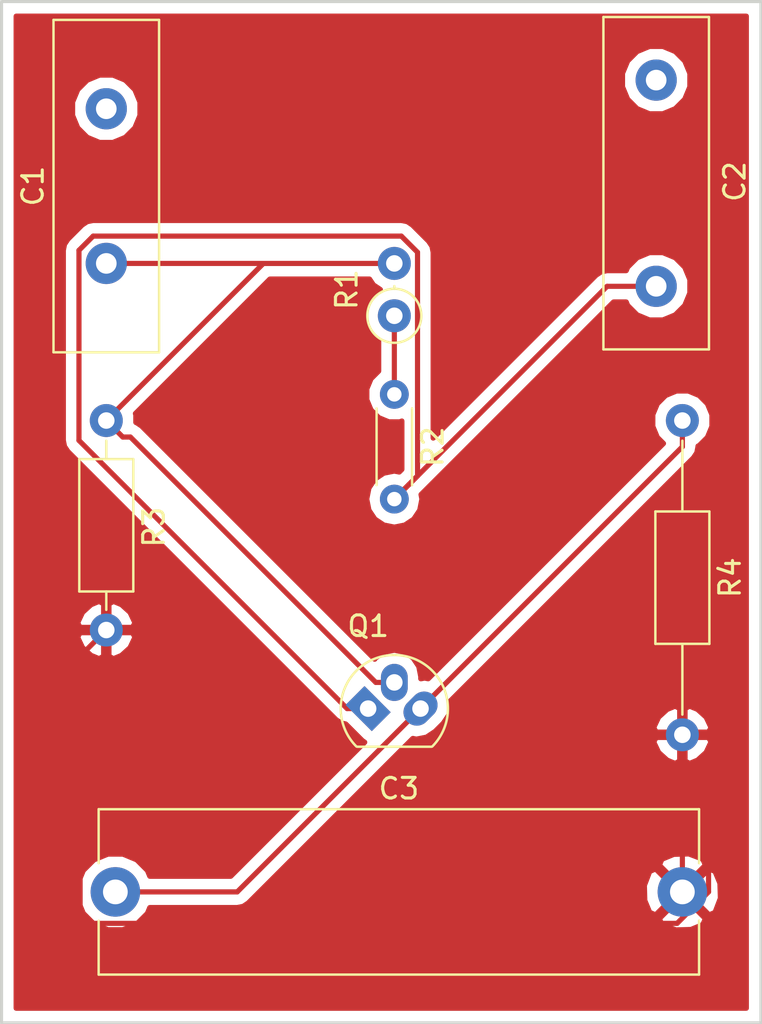
<source format=kicad_pcb>
(kicad_pcb (version 4) (host pcbnew 4.0.5)

  (general
    (links 10)
    (no_connects 0)
    (area 145.974999 95.174999 182.955001 144.855001)
    (thickness 1.6)
    (drawings 4)
    (tracks 32)
    (zones 0)
    (modules 8)
    (nets 8)
  )

  (page A4)
  (title_block
    (title "Single Transistor Amp")
    (date 2017-05-24)
    (rev 1.0)
    (company "Ahmet CELİK")
  )

  (layers
    (0 F.Cu signal)
    (31 B.Cu signal)
    (32 B.Adhes user)
    (33 F.Adhes user)
    (34 B.Paste user)
    (35 F.Paste user)
    (36 B.SilkS user)
    (37 F.SilkS user)
    (38 B.Mask user)
    (39 F.Mask user)
    (40 Dwgs.User user)
    (41 Cmts.User user)
    (42 Eco1.User user)
    (43 Eco2.User user)
    (44 Edge.Cuts user)
    (45 Margin user)
    (46 B.CrtYd user)
    (47 F.CrtYd user)
    (48 B.Fab user)
    (49 F.Fab user)
  )

  (setup
    (last_trace_width 0.25)
    (trace_clearance 0.2)
    (zone_clearance 0.508)
    (zone_45_only no)
    (trace_min 0.2)
    (segment_width 0.2)
    (edge_width 0.15)
    (via_size 0.6)
    (via_drill 0.4)
    (via_min_size 0.4)
    (via_min_drill 0.3)
    (uvia_size 0.3)
    (uvia_drill 0.1)
    (uvias_allowed no)
    (uvia_min_size 0.2)
    (uvia_min_drill 0.1)
    (pcb_text_width 0.3)
    (pcb_text_size 1.5 1.5)
    (mod_edge_width 0.15)
    (mod_text_size 1 1)
    (mod_text_width 0.15)
    (pad_size 1.524 1.524)
    (pad_drill 0.762)
    (pad_to_mask_clearance 0.2)
    (aux_axis_origin 0 0)
    (visible_elements 7FFFEFFF)
    (pcbplotparams
      (layerselection 0x00030_80000001)
      (usegerberextensions false)
      (excludeedgelayer true)
      (linewidth 0.100000)
      (plotframeref false)
      (viasonmask false)
      (mode 1)
      (useauxorigin false)
      (hpglpennumber 1)
      (hpglpenspeed 20)
      (hpglpendiameter 15)
      (hpglpenoverlay 2)
      (psnegative false)
      (psa4output false)
      (plotreference true)
      (plotvalue false)
      (plotinvisibletext false)
      (padsonsilk false)
      (subtractmaskfromsilk false)
      (outputformat 1)
      (mirror false)
      (drillshape 0)
      (scaleselection 1)
      (outputdirectory ""))
  )

  (net 0 "")
  (net 1 "Net-(C1-Pad1)")
  (net 2 "Net-(C1-Pad2)")
  (net 3 "Net-(C2-Pad1)")
  (net 4 "Net-(C2-Pad2)")
  (net 5 "Net-(C3-Pad1)")
  (net 6 GND)
  (net 7 +12V)

  (net_class Default "This is the default net class."
    (clearance 0.2)
    (trace_width 0.25)
    (via_dia 0.6)
    (via_drill 0.4)
    (uvia_dia 0.3)
    (uvia_drill 0.1)
    (add_net +12V)
    (add_net GND)
    (add_net "Net-(C1-Pad1)")
    (add_net "Net-(C1-Pad2)")
    (add_net "Net-(C2-Pad1)")
    (add_net "Net-(C2-Pad2)")
    (add_net "Net-(C3-Pad1)")
  )

  (module Capacitors_THT:C_Disc_D16.0mm_W5.0mm_P7.50mm (layer F.Cu) (tedit 58765D06) (tstamp 591D4203)
    (at 151.13 107.95 90)
    (descr "C, Disc series, Radial, pin pitch=7.50mm, , diameter*width=16.0*5.0mm^2, Capacitor, http://www.vishay.com/docs/28535/vy2series.pdf")
    (tags "C Disc series Radial pin pitch 7.50mm  diameter 16.0mm width 5.0mm Capacitor")
    (path /58D396A4)
    (fp_text reference C1 (at 3.75 -3.56 90) (layer F.SilkS)
      (effects (font (size 1 1) (thickness 0.15)))
    )
    (fp_text value 20uF (at 3.75 3.56 90) (layer F.Fab)
      (effects (font (size 1 1) (thickness 0.15)))
    )
    (fp_line (start -4.25 -2.5) (end -4.25 2.5) (layer F.Fab) (width 0.1))
    (fp_line (start -4.25 2.5) (end 11.75 2.5) (layer F.Fab) (width 0.1))
    (fp_line (start 11.75 2.5) (end 11.75 -2.5) (layer F.Fab) (width 0.1))
    (fp_line (start 11.75 -2.5) (end -4.25 -2.5) (layer F.Fab) (width 0.1))
    (fp_line (start -4.31 -2.56) (end 11.81 -2.56) (layer F.SilkS) (width 0.12))
    (fp_line (start -4.31 2.56) (end 11.81 2.56) (layer F.SilkS) (width 0.12))
    (fp_line (start -4.31 -2.56) (end -4.31 2.56) (layer F.SilkS) (width 0.12))
    (fp_line (start 11.81 -2.56) (end 11.81 2.56) (layer F.SilkS) (width 0.12))
    (fp_line (start -4.6 -2.85) (end -4.6 2.85) (layer F.CrtYd) (width 0.05))
    (fp_line (start -4.6 2.85) (end 12.1 2.85) (layer F.CrtYd) (width 0.05))
    (fp_line (start 12.1 2.85) (end 12.1 -2.85) (layer F.CrtYd) (width 0.05))
    (fp_line (start 12.1 -2.85) (end -4.6 -2.85) (layer F.CrtYd) (width 0.05))
    (pad 1 thru_hole circle (at 0 0 90) (size 2 2) (drill 1) (layers *.Cu *.Mask)
      (net 1 "Net-(C1-Pad1)"))
    (pad 2 thru_hole circle (at 7.5 0 90) (size 2 2) (drill 1) (layers *.Cu *.Mask)
      (net 2 "Net-(C1-Pad2)"))
    (model Capacitors_THT.3dshapes/C_Disc_D16.0mm_W5.0mm_P7.50mm.wrl
      (at (xyz 0 0 0))
      (scale (xyz 0.393701 0.393701 0.393701))
      (rotate (xyz 0 0 0))
    )
  )

  (module Capacitors_THT:C_Disc_D16.0mm_W5.0mm_P10.00mm (layer F.Cu) (tedit 58765D06) (tstamp 591D4215)
    (at 177.8 99.06 270)
    (descr "C, Disc series, Radial, pin pitch=10.00mm, , diameter*width=16.0*5.0mm^2, Capacitor, http://www.vishay.com/docs/28535/vy2series.pdf")
    (tags "C Disc series Radial pin pitch 10.00mm  diameter 16.0mm width 5.0mm Capacitor")
    (path /58D39810)
    (fp_text reference C2 (at 4.92 -3.81 270) (layer F.SilkS)
      (effects (font (size 1 1) (thickness 0.15)))
    )
    (fp_text value 20uF (at 5 3.56 270) (layer F.Fab)
      (effects (font (size 1 1) (thickness 0.15)))
    )
    (fp_line (start -3 -2.5) (end -3 2.5) (layer F.Fab) (width 0.1))
    (fp_line (start -3 2.5) (end 13 2.5) (layer F.Fab) (width 0.1))
    (fp_line (start 13 2.5) (end 13 -2.5) (layer F.Fab) (width 0.1))
    (fp_line (start 13 -2.5) (end -3 -2.5) (layer F.Fab) (width 0.1))
    (fp_line (start -3.06 -2.56) (end 13.06 -2.56) (layer F.SilkS) (width 0.12))
    (fp_line (start -3.06 2.56) (end 13.06 2.56) (layer F.SilkS) (width 0.12))
    (fp_line (start -3.06 -2.56) (end -3.06 2.56) (layer F.SilkS) (width 0.12))
    (fp_line (start 13.06 -2.56) (end 13.06 2.56) (layer F.SilkS) (width 0.12))
    (fp_line (start -3.35 -2.85) (end -3.35 2.85) (layer F.CrtYd) (width 0.05))
    (fp_line (start -3.35 2.85) (end 13.35 2.85) (layer F.CrtYd) (width 0.05))
    (fp_line (start 13.35 2.85) (end 13.35 -2.85) (layer F.CrtYd) (width 0.05))
    (fp_line (start 13.35 -2.85) (end -3.35 -2.85) (layer F.CrtYd) (width 0.05))
    (pad 1 thru_hole circle (at 0 0 270) (size 2 2) (drill 1) (layers *.Cu *.Mask)
      (net 3 "Net-(C2-Pad1)"))
    (pad 2 thru_hole circle (at 10 0 270) (size 2 2) (drill 1) (layers *.Cu *.Mask)
      (net 4 "Net-(C2-Pad2)"))
    (model Capacitors_THT.3dshapes/C_Disc_D16.0mm_W5.0mm_P10.00mm.wrl
      (at (xyz 0 0 0))
      (scale (xyz 0.393701 0.393701 0.393701))
      (rotate (xyz 0 0 0))
    )
  )

  (module Capacitors_THT:C_Rect_L29.0mm_W7.9mm_P27.50mm_MKT (layer F.Cu) (tedit 58765D05) (tstamp 591D4229)
    (at 151.57 138.43)
    (descr "C, Rect series, Radial, pin pitch=27.50mm, , length*width=29*7.9mm^2, Capacitor, https://en.tdk.eu/inf/20/20/db/fc_2009/MKT_B32560_564.pdf")
    (tags "C Rect series Radial pin pitch 27.50mm  length 29mm width 7.9mm Capacitor")
    (path /58D39A05)
    (fp_text reference C3 (at 13.75 -5.01) (layer F.SilkS)
      (effects (font (size 1 1) (thickness 0.15)))
    )
    (fp_text value 50uF (at 13.75 5.01) (layer F.Fab)
      (effects (font (size 1 1) (thickness 0.15)))
    )
    (fp_line (start -0.75 -3.95) (end -0.75 3.95) (layer F.Fab) (width 0.1))
    (fp_line (start -0.75 3.95) (end 28.25 3.95) (layer F.Fab) (width 0.1))
    (fp_line (start 28.25 3.95) (end 28.25 -3.95) (layer F.Fab) (width 0.1))
    (fp_line (start 28.25 -3.95) (end -0.75 -3.95) (layer F.Fab) (width 0.1))
    (fp_line (start -0.81 -4.01) (end 28.31 -4.01) (layer F.SilkS) (width 0.12))
    (fp_line (start -0.81 4.01) (end 28.31 4.01) (layer F.SilkS) (width 0.12))
    (fp_line (start -0.81 -4.01) (end -0.81 -1.395) (layer F.SilkS) (width 0.12))
    (fp_line (start -0.81 1.395) (end -0.81 4.01) (layer F.SilkS) (width 0.12))
    (fp_line (start 28.31 -4.01) (end 28.31 -1.395) (layer F.SilkS) (width 0.12))
    (fp_line (start 28.31 1.395) (end 28.31 4.01) (layer F.SilkS) (width 0.12))
    (fp_line (start -1.45 -4.3) (end -1.45 4.3) (layer F.CrtYd) (width 0.05))
    (fp_line (start -1.45 4.3) (end 28.95 4.3) (layer F.CrtYd) (width 0.05))
    (fp_line (start 28.95 4.3) (end 28.95 -4.3) (layer F.CrtYd) (width 0.05))
    (fp_line (start 28.95 -4.3) (end -1.45 -4.3) (layer F.CrtYd) (width 0.05))
    (pad 1 thru_hole circle (at 0 0) (size 2.4 2.4) (drill 1.2) (layers *.Cu *.Mask)
      (net 5 "Net-(C3-Pad1)"))
    (pad 2 thru_hole circle (at 27.5 0) (size 2.4 2.4) (drill 1.2) (layers *.Cu *.Mask)
      (net 6 GND))
    (model Capacitors_THT.3dshapes/C_Rect_L29.0mm_W7.9mm_P27.50mm_MKT.wrl
      (at (xyz 0 0 0))
      (scale (xyz 0.393701 0.393701 0.393701))
      (rotate (xyz 0 0 0))
    )
  )

  (module TO_SOT_Packages_THT:TO-92_Molded_Narrow_Oval (layer F.Cu) (tedit 58CE52AF) (tstamp 591D423B)
    (at 163.83 129.54)
    (descr "TO-92 leads molded, narrow, oval pads, drill 0.8mm (see NXP sot054_po.pdf)")
    (tags "to-92 sc-43 sc-43a sot54 PA33 transistor")
    (path /58D39C6D)
    (fp_text reference Q1 (at 0 -4) (layer F.SilkS)
      (effects (font (size 1 1) (thickness 0.15)))
    )
    (fp_text value BC548 (at 1.27 2.54 180) (layer F.Fab)
      (effects (font (size 1 1) (thickness 0.15)))
    )
    (fp_text user %R (at 0 -4) (layer F.Fab)
      (effects (font (size 1 1) (thickness 0.15)))
    )
    (fp_line (start -0.53 1.85) (end 3.07 1.85) (layer F.SilkS) (width 0.12))
    (fp_line (start -0.5 1.75) (end 3 1.75) (layer F.Fab) (width 0.1))
    (fp_line (start -1.46 -2.73) (end 4 -2.73) (layer F.CrtYd) (width 0.05))
    (fp_line (start -1.46 -2.73) (end -1.46 2.01) (layer F.CrtYd) (width 0.05))
    (fp_line (start 4 2.01) (end 4 -2.73) (layer F.CrtYd) (width 0.05))
    (fp_line (start 4 2.01) (end -1.46 2.01) (layer F.CrtYd) (width 0.05))
    (fp_arc (start 1.27 0) (end 1.27 -2.48) (angle 135) (layer F.Fab) (width 0.1))
    (fp_arc (start 1.27 0) (end 1.27 -2.6) (angle -135) (layer F.SilkS) (width 0.12))
    (fp_arc (start 1.27 0) (end 1.27 -2.48) (angle -135) (layer F.Fab) (width 0.1))
    (fp_arc (start 1.27 0) (end 1.27 -2.6) (angle 135) (layer F.SilkS) (width 0.12))
    (pad 2 thru_hole oval (at 1.27 -1.27 90) (size 1.8 1.3) (drill 0.8) (layers *.Cu *.Mask)
      (net 1 "Net-(C1-Pad1)"))
    (pad 1 thru_hole rect (at 0 0 45) (size 1.3 1.8) (drill 0.8) (layers *.Cu *.Mask)
      (net 4 "Net-(C2-Pad2)"))
    (pad 3 thru_hole oval (at 2.54 0 45) (size 1.8 1.3) (drill 0.8) (layers *.Cu *.Mask)
      (net 5 "Net-(C3-Pad1)"))
    (model ${KISYS3DMOD}/TO_SOT_Packages_THT.3dshapes/TO-92_Molded_Narrow_Oval.wrl
      (at (xyz 0.05 0 0))
      (scale (xyz 1 1 1))
      (rotate (xyz 0 0 -90))
    )
  )

  (module Resistors_THT:R_Axial_DIN0207_L6.3mm_D2.5mm_P2.54mm_Vertical (layer F.Cu) (tedit 5874F706) (tstamp 591D4249)
    (at 165.1 110.49 90)
    (descr "Resistor, Axial_DIN0207 series, Axial, Vertical, pin pitch=2.54mm, 0.25W = 1/4W, length*diameter=6.3*2.5mm^2, http://cdn-reichelt.de/documents/datenblatt/B400/1_4W%23YAG.pdf")
    (tags "Resistor Axial_DIN0207 series Axial Vertical pin pitch 2.54mm 0.25W = 1/4W length 6.3mm diameter 2.5mm")
    (path /58D39929)
    (fp_text reference R1 (at 1.27 -2.31 90) (layer F.SilkS)
      (effects (font (size 1 1) (thickness 0.15)))
    )
    (fp_text value 22k (at 1.27 2.31 90) (layer F.Fab)
      (effects (font (size 1 1) (thickness 0.15)))
    )
    (fp_circle (center 0 0) (end 1.25 0) (layer F.Fab) (width 0.1))
    (fp_circle (center 0 0) (end 1.31 0) (layer F.SilkS) (width 0.12))
    (fp_line (start 0 0) (end 2.54 0) (layer F.Fab) (width 0.1))
    (fp_line (start 1.31 0) (end 1.44 0) (layer F.SilkS) (width 0.12))
    (fp_line (start -1.6 -1.6) (end -1.6 1.6) (layer F.CrtYd) (width 0.05))
    (fp_line (start -1.6 1.6) (end 3.65 1.6) (layer F.CrtYd) (width 0.05))
    (fp_line (start 3.65 1.6) (end 3.65 -1.6) (layer F.CrtYd) (width 0.05))
    (fp_line (start 3.65 -1.6) (end -1.6 -1.6) (layer F.CrtYd) (width 0.05))
    (pad 1 thru_hole circle (at 0 0 90) (size 1.6 1.6) (drill 0.8) (layers *.Cu *.Mask)
      (net 7 +12V))
    (pad 2 thru_hole oval (at 2.54 0 90) (size 1.6 1.6) (drill 0.8) (layers *.Cu *.Mask)
      (net 1 "Net-(C1-Pad1)"))
    (model Resistors_THT.3dshapes/R_Axial_DIN0207_L6.3mm_D2.5mm_P2.54mm_Vertical.wrl
      (at (xyz 0 0 0))
      (scale (xyz 0.393701 0.393701 0.393701))
      (rotate (xyz 0 0 0))
    )
  )

  (module Resistors_THT:R_Axial_DIN0204_L3.6mm_D1.6mm_P5.08mm_Horizontal (layer F.Cu) (tedit 5874F706) (tstamp 591D425B)
    (at 165.1 114.3 270)
    (descr "Resistor, Axial_DIN0204 series, Axial, Horizontal, pin pitch=5.08mm, 0.16666666666666666W = 1/6W, length*diameter=3.6*1.6mm^2, http://cdn-reichelt.de/documents/datenblatt/B400/1_4W%23YAG.pdf")
    (tags "Resistor Axial_DIN0204 series Axial Horizontal pin pitch 5.08mm 0.16666666666666666W = 1/6W length 3.6mm diameter 1.6mm")
    (path /58D3994C)
    (fp_text reference R2 (at 2.54 -1.86 270) (layer F.SilkS)
      (effects (font (size 1 1) (thickness 0.15)))
    )
    (fp_text value 4.7k (at 2.54 1.86 270) (layer F.Fab)
      (effects (font (size 1 1) (thickness 0.15)))
    )
    (fp_line (start 0.74 -0.8) (end 0.74 0.8) (layer F.Fab) (width 0.1))
    (fp_line (start 0.74 0.8) (end 4.34 0.8) (layer F.Fab) (width 0.1))
    (fp_line (start 4.34 0.8) (end 4.34 -0.8) (layer F.Fab) (width 0.1))
    (fp_line (start 4.34 -0.8) (end 0.74 -0.8) (layer F.Fab) (width 0.1))
    (fp_line (start 0 0) (end 0.74 0) (layer F.Fab) (width 0.1))
    (fp_line (start 5.08 0) (end 4.34 0) (layer F.Fab) (width 0.1))
    (fp_line (start 0.68 -0.86) (end 4.4 -0.86) (layer F.SilkS) (width 0.12))
    (fp_line (start 0.68 0.86) (end 4.4 0.86) (layer F.SilkS) (width 0.12))
    (fp_line (start -0.95 -1.15) (end -0.95 1.15) (layer F.CrtYd) (width 0.05))
    (fp_line (start -0.95 1.15) (end 6.05 1.15) (layer F.CrtYd) (width 0.05))
    (fp_line (start 6.05 1.15) (end 6.05 -1.15) (layer F.CrtYd) (width 0.05))
    (fp_line (start 6.05 -1.15) (end -0.95 -1.15) (layer F.CrtYd) (width 0.05))
    (pad 1 thru_hole circle (at 0 0 270) (size 1.4 1.4) (drill 0.7) (layers *.Cu *.Mask)
      (net 7 +12V))
    (pad 2 thru_hole oval (at 5.08 0 270) (size 1.4 1.4) (drill 0.7) (layers *.Cu *.Mask)
      (net 4 "Net-(C2-Pad2)"))
    (model Resistors_THT.3dshapes/R_Axial_DIN0204_L3.6mm_D1.6mm_P5.08mm_Horizontal.wrl
      (at (xyz 0 0 0))
      (scale (xyz 0.393701 0.393701 0.393701))
      (rotate (xyz 0 0 0))
    )
  )

  (module Resistors_THT:R_Axial_DIN0207_L6.3mm_D2.5mm_P10.16mm_Horizontal (layer F.Cu) (tedit 5874F706) (tstamp 591D4271)
    (at 151.13 115.57 270)
    (descr "Resistor, Axial_DIN0207 series, Axial, Horizontal, pin pitch=10.16mm, 0.25W = 1/4W, length*diameter=6.3*2.5mm^2, http://cdn-reichelt.de/documents/datenblatt/B400/1_4W%23YAG.pdf")
    (tags "Resistor Axial_DIN0207 series Axial Horizontal pin pitch 10.16mm 0.25W = 1/4W length 6.3mm diameter 2.5mm")
    (path /58D39973)
    (fp_text reference R3 (at 5.1689 -2.31 270) (layer F.SilkS)
      (effects (font (size 1 1) (thickness 0.15)))
    )
    (fp_text value 6.8k (at 5.08 2.31 270) (layer F.Fab)
      (effects (font (size 1 1) (thickness 0.15)))
    )
    (fp_line (start 1.93 -1.25) (end 1.93 1.25) (layer F.Fab) (width 0.1))
    (fp_line (start 1.93 1.25) (end 8.23 1.25) (layer F.Fab) (width 0.1))
    (fp_line (start 8.23 1.25) (end 8.23 -1.25) (layer F.Fab) (width 0.1))
    (fp_line (start 8.23 -1.25) (end 1.93 -1.25) (layer F.Fab) (width 0.1))
    (fp_line (start 0 0) (end 1.93 0) (layer F.Fab) (width 0.1))
    (fp_line (start 10.16 0) (end 8.23 0) (layer F.Fab) (width 0.1))
    (fp_line (start 1.87 -1.31) (end 1.87 1.31) (layer F.SilkS) (width 0.12))
    (fp_line (start 1.87 1.31) (end 8.29 1.31) (layer F.SilkS) (width 0.12))
    (fp_line (start 8.29 1.31) (end 8.29 -1.31) (layer F.SilkS) (width 0.12))
    (fp_line (start 8.29 -1.31) (end 1.87 -1.31) (layer F.SilkS) (width 0.12))
    (fp_line (start 0.98 0) (end 1.87 0) (layer F.SilkS) (width 0.12))
    (fp_line (start 9.18 0) (end 8.29 0) (layer F.SilkS) (width 0.12))
    (fp_line (start -1.05 -1.6) (end -1.05 1.6) (layer F.CrtYd) (width 0.05))
    (fp_line (start -1.05 1.6) (end 11.25 1.6) (layer F.CrtYd) (width 0.05))
    (fp_line (start 11.25 1.6) (end 11.25 -1.6) (layer F.CrtYd) (width 0.05))
    (fp_line (start 11.25 -1.6) (end -1.05 -1.6) (layer F.CrtYd) (width 0.05))
    (pad 1 thru_hole circle (at 0 0 270) (size 1.6 1.6) (drill 0.8) (layers *.Cu *.Mask)
      (net 1 "Net-(C1-Pad1)"))
    (pad 2 thru_hole oval (at 10.16 0 270) (size 1.6 1.6) (drill 0.8) (layers *.Cu *.Mask)
      (net 6 GND))
    (model Resistors_THT.3dshapes/R_Axial_DIN0207_L6.3mm_D2.5mm_P10.16mm_Horizontal.wrl
      (at (xyz 0 0 0))
      (scale (xyz 0.393701 0.393701 0.393701))
      (rotate (xyz 0 0 0))
    )
  )

  (module Resistors_THT:R_Axial_DIN0207_L6.3mm_D2.5mm_P15.24mm_Horizontal (layer F.Cu) (tedit 5874F706) (tstamp 591D4287)
    (at 179.07 115.57 270)
    (descr "Resistor, Axial_DIN0207 series, Axial, Horizontal, pin pitch=15.24mm, 0.25W = 1/4W, length*diameter=6.3*2.5mm^2, http://cdn-reichelt.de/documents/datenblatt/B400/1_4W%23YAG.pdf")
    (tags "Resistor Axial_DIN0207 series Axial Horizontal pin pitch 15.24mm 0.25W = 1/4W length 6.3mm diameter 2.5mm")
    (path /58D399BA)
    (fp_text reference R4 (at 7.62 -2.31 270) (layer F.SilkS)
      (effects (font (size 1 1) (thickness 0.15)))
    )
    (fp_text value 1.8k (at 7.62 2.31 270) (layer F.Fab)
      (effects (font (size 1 1) (thickness 0.15)))
    )
    (fp_line (start 4.47 -1.25) (end 4.47 1.25) (layer F.Fab) (width 0.1))
    (fp_line (start 4.47 1.25) (end 10.77 1.25) (layer F.Fab) (width 0.1))
    (fp_line (start 10.77 1.25) (end 10.77 -1.25) (layer F.Fab) (width 0.1))
    (fp_line (start 10.77 -1.25) (end 4.47 -1.25) (layer F.Fab) (width 0.1))
    (fp_line (start 0 0) (end 4.47 0) (layer F.Fab) (width 0.1))
    (fp_line (start 15.24 0) (end 10.77 0) (layer F.Fab) (width 0.1))
    (fp_line (start 4.41 -1.31) (end 4.41 1.31) (layer F.SilkS) (width 0.12))
    (fp_line (start 4.41 1.31) (end 10.83 1.31) (layer F.SilkS) (width 0.12))
    (fp_line (start 10.83 1.31) (end 10.83 -1.31) (layer F.SilkS) (width 0.12))
    (fp_line (start 10.83 -1.31) (end 4.41 -1.31) (layer F.SilkS) (width 0.12))
    (fp_line (start 0.98 0) (end 4.41 0) (layer F.SilkS) (width 0.12))
    (fp_line (start 14.26 0) (end 10.83 0) (layer F.SilkS) (width 0.12))
    (fp_line (start -1.05 -1.6) (end -1.05 1.6) (layer F.CrtYd) (width 0.05))
    (fp_line (start -1.05 1.6) (end 16.3 1.6) (layer F.CrtYd) (width 0.05))
    (fp_line (start 16.3 1.6) (end 16.3 -1.6) (layer F.CrtYd) (width 0.05))
    (fp_line (start 16.3 -1.6) (end -1.05 -1.6) (layer F.CrtYd) (width 0.05))
    (pad 1 thru_hole circle (at 0 0 270) (size 1.6 1.6) (drill 0.8) (layers *.Cu *.Mask)
      (net 5 "Net-(C3-Pad1)"))
    (pad 2 thru_hole oval (at 15.24 0 270) (size 1.6 1.6) (drill 0.8) (layers *.Cu *.Mask)
      (net 6 GND))
    (model Resistors_THT.3dshapes/R_Axial_DIN0207_L6.3mm_D2.5mm_P15.24mm_Horizontal.wrl
      (at (xyz 0 0 0))
      (scale (xyz 0.393701 0.393701 0.393701))
      (rotate (xyz 0 0 0))
    )
  )

  (gr_line (start 146.05 144.78) (end 182.88 144.78) (layer Edge.Cuts) (width 0.15))
  (gr_line (start 146.05 95.25) (end 146.05 144.78) (layer Edge.Cuts) (width 0.15))
  (gr_line (start 182.88 95.25) (end 146.05 95.25) (layer Edge.Cuts) (width 0.15))
  (gr_line (start 182.88 144.78) (end 182.88 95.25) (layer Edge.Cuts) (width 0.15))

  (segment (start 165.1 128.27) (end 164.2 128.27) (width 0.25) (layer F.Cu) (net 1))
  (segment (start 151.929999 116.369999) (end 151.13 115.57) (width 0.25) (layer F.Cu) (net 1))
  (segment (start 164.2 128.27) (end 152.299999 116.369999) (width 0.25) (layer F.Cu) (net 1))
  (segment (start 152.299999 116.369999) (end 151.929999 116.369999) (width 0.25) (layer F.Cu) (net 1))
  (segment (start 165.1 107.95) (end 158.75 107.95) (width 0.25) (layer F.Cu) (net 1))
  (segment (start 158.75 107.95) (end 151.13 115.57) (width 0.25) (layer F.Cu) (net 1))
  (segment (start 165.1 107.95) (end 151.13 107.95) (width 0.25) (layer F.Cu) (net 1))
  (segment (start 163.83 129.54) (end 162.810761 129.54) (width 0.25) (layer F.Cu) (net 4))
  (segment (start 165.799999 118.680001) (end 165.1 119.38) (width 0.25) (layer F.Cu) (net 4))
  (segment (start 162.810761 129.54) (end 149.804999 116.534238) (width 0.25) (layer F.Cu) (net 4))
  (segment (start 149.804999 116.534238) (end 149.804999 107.313999) (width 0.25) (layer F.Cu) (net 4))
  (segment (start 149.804999 107.313999) (end 150.493999 106.624999) (width 0.25) (layer F.Cu) (net 4))
  (segment (start 166.225001 107.409999) (end 166.225001 118.254999) (width 0.25) (layer F.Cu) (net 4))
  (segment (start 150.493999 106.624999) (end 165.440001 106.624999) (width 0.25) (layer F.Cu) (net 4))
  (segment (start 166.225001 118.254999) (end 165.799999 118.680001) (width 0.25) (layer F.Cu) (net 4))
  (segment (start 165.440001 106.624999) (end 166.225001 107.409999) (width 0.25) (layer F.Cu) (net 4))
  (segment (start 177.8 109.06) (end 175.42 109.06) (width 0.25) (layer F.Cu) (net 4))
  (segment (start 175.42 109.06) (end 165.1 119.38) (width 0.25) (layer F.Cu) (net 4))
  (segment (start 179.07 115.57) (end 179.07 116.84) (width 0.25) (layer F.Cu) (net 5))
  (segment (start 179.07 116.84) (end 166.37 129.54) (width 0.25) (layer F.Cu) (net 5))
  (segment (start 151.57 138.43) (end 157.48 138.43) (width 0.25) (layer F.Cu) (net 5))
  (segment (start 157.48 138.43) (end 166.37 129.54) (width 0.25) (layer F.Cu) (net 5))
  (segment (start 149.86 139.7) (end 149.86 127) (width 0.25) (layer F.Cu) (net 6))
  (segment (start 150.115001 139.955001) (end 149.86 139.7) (width 0.25) (layer F.Cu) (net 6))
  (segment (start 180.34 138.43) (end 178.814999 139.955001) (width 0.25) (layer F.Cu) (net 6))
  (segment (start 178.814999 139.955001) (end 150.115001 139.955001) (width 0.25) (layer F.Cu) (net 6))
  (segment (start 180.34 133.35) (end 180.34 138.43) (width 0.25) (layer F.Cu) (net 6))
  (segment (start 179.07 132.08) (end 180.34 133.35) (width 0.25) (layer F.Cu) (net 6))
  (segment (start 179.07 130.81) (end 179.07 132.08) (width 0.25) (layer F.Cu) (net 6))
  (segment (start 149.86 127) (end 151.13 125.73) (width 0.25) (layer F.Cu) (net 6))
  (segment (start 179.07 138.43) (end 179.07 130.81) (width 0.25) (layer F.Cu) (net 6))
  (segment (start 165.1 114.3) (end 165.1 110.49) (width 0.25) (layer F.Cu) (net 7))

  (zone (net 6) (net_name GND) (layer F.Cu) (tstamp 0) (hatch edge 0.508)
    (connect_pads (clearance 0.508))
    (min_thickness 0.254)
    (fill yes (arc_segments 16) (thermal_gap 0.508) (thermal_bridge_width 0.508))
    (polygon
      (pts
        (xy 182.88 95.25) (xy 182.88 144.78) (xy 146.05 144.78) (xy 146.05 95.25)
      )
    )
    (filled_polygon
      (pts
        (xy 182.17 144.07) (xy 146.76 144.07) (xy 146.76 126.079041) (xy 149.738086 126.079041) (xy 149.977611 126.585134)
        (xy 150.392577 126.961041) (xy 150.780961 127.121904) (xy 151.003 126.999915) (xy 151.003 125.857) (xy 151.257 125.857)
        (xy 151.257 126.999915) (xy 151.479039 127.121904) (xy 151.867423 126.961041) (xy 152.282389 126.585134) (xy 152.521914 126.079041)
        (xy 152.400629 125.857) (xy 151.257 125.857) (xy 151.003 125.857) (xy 149.859371 125.857) (xy 149.738086 126.079041)
        (xy 146.76 126.079041) (xy 146.76 125.380959) (xy 149.738086 125.380959) (xy 149.859371 125.603) (xy 151.003 125.603)
        (xy 151.003 124.460085) (xy 151.257 124.460085) (xy 151.257 125.603) (xy 152.400629 125.603) (xy 152.521914 125.380959)
        (xy 152.282389 124.874866) (xy 151.867423 124.498959) (xy 151.479039 124.338096) (xy 151.257 124.460085) (xy 151.003 124.460085)
        (xy 150.780961 124.338096) (xy 150.392577 124.498959) (xy 149.977611 124.874866) (xy 149.738086 125.380959) (xy 146.76 125.380959)
        (xy 146.76 107.313999) (xy 149.044999 107.313999) (xy 149.044999 116.534238) (xy 149.102851 116.825077) (xy 149.267598 117.071639)
        (xy 162.27336 130.077401) (xy 162.519922 130.242148) (xy 162.741333 130.28619) (xy 163.548968 131.093825) (xy 163.663272 131.171926)
        (xy 157.165198 137.67) (xy 153.241448 137.67) (xy 153.126545 137.391914) (xy 152.610801 136.87527) (xy 151.936605 136.595319)
        (xy 151.206597 136.594682) (xy 150.531914 136.873455) (xy 150.01527 137.389199) (xy 149.735319 138.063395) (xy 149.734682 138.793403)
        (xy 150.013455 139.468086) (xy 150.529199 139.98473) (xy 151.203395 140.264681) (xy 151.933403 140.265318) (xy 152.608086 139.986545)
        (xy 152.867908 139.727175) (xy 177.95243 139.727175) (xy 178.075565 140.014788) (xy 178.757734 140.274707) (xy 179.487443 140.253786)
        (xy 180.064435 140.014788) (xy 180.18757 139.727175) (xy 179.07 138.609605) (xy 177.95243 139.727175) (xy 152.867908 139.727175)
        (xy 153.12473 139.470801) (xy 153.241329 139.19) (xy 157.48 139.19) (xy 157.770839 139.132148) (xy 158.017401 138.967401)
        (xy 158.867068 138.117734) (xy 177.225293 138.117734) (xy 177.246214 138.847443) (xy 177.485212 139.424435) (xy 177.772825 139.54757)
        (xy 178.890395 138.43) (xy 179.249605 138.43) (xy 180.367175 139.54757) (xy 180.654788 139.424435) (xy 180.914707 138.742266)
        (xy 180.893786 138.012557) (xy 180.654788 137.435565) (xy 180.367175 137.31243) (xy 179.249605 138.43) (xy 178.890395 138.43)
        (xy 177.772825 137.31243) (xy 177.485212 137.435565) (xy 177.225293 138.117734) (xy 158.867068 138.117734) (xy 159.851977 137.132825)
        (xy 177.95243 137.132825) (xy 179.07 138.250395) (xy 180.18757 137.132825) (xy 180.064435 136.845212) (xy 179.382266 136.585293)
        (xy 178.652557 136.606214) (xy 178.075565 136.845212) (xy 177.95243 137.132825) (xy 159.851977 137.132825) (xy 165.825761 131.159041)
        (xy 177.678086 131.159041) (xy 177.917611 131.665134) (xy 178.332577 132.041041) (xy 178.720961 132.201904) (xy 178.943 132.079915)
        (xy 178.943 130.937) (xy 179.197 130.937) (xy 179.197 132.079915) (xy 179.419039 132.201904) (xy 179.807423 132.041041)
        (xy 180.222389 131.665134) (xy 180.461914 131.159041) (xy 180.340629 130.937) (xy 179.197 130.937) (xy 178.943 130.937)
        (xy 177.799371 130.937) (xy 177.678086 131.159041) (xy 165.825761 131.159041) (xy 165.996635 130.988167) (xy 166.171959 131.023041)
        (xy 166.663707 130.925226) (xy 167.080591 130.646673) (xy 167.266305 130.460959) (xy 177.678086 130.460959) (xy 177.799371 130.683)
        (xy 178.943 130.683) (xy 178.943 129.540085) (xy 179.197 129.540085) (xy 179.197 130.683) (xy 180.340629 130.683)
        (xy 180.461914 130.460959) (xy 180.222389 129.954866) (xy 179.807423 129.578959) (xy 179.419039 129.418096) (xy 179.197 129.540085)
        (xy 178.943 129.540085) (xy 178.720961 129.418096) (xy 178.332577 129.578959) (xy 177.917611 129.954866) (xy 177.678086 130.460959)
        (xy 167.266305 130.460959) (xy 167.476674 130.250591) (xy 167.755226 129.833707) (xy 167.853041 129.341959) (xy 167.818167 129.166635)
        (xy 179.607401 117.377401) (xy 179.772148 117.13084) (xy 179.83 116.84) (xy 179.83 116.808646) (xy 179.8818 116.787243)
        (xy 180.285824 116.383923) (xy 180.50475 115.856691) (xy 180.505248 115.285813) (xy 180.287243 114.7582) (xy 179.883923 114.354176)
        (xy 179.356691 114.13525) (xy 178.785813 114.134752) (xy 178.2582 114.352757) (xy 177.854176 114.756077) (xy 177.63525 115.283309)
        (xy 177.634752 115.854187) (xy 177.852757 116.3818) (xy 178.152816 116.682382) (xy 166.743365 128.091833) (xy 166.568041 128.056959)
        (xy 166.385 128.093368) (xy 166.385 127.989928) (xy 166.287185 127.49818) (xy 166.008632 127.081296) (xy 165.591748 126.802743)
        (xy 165.1 126.704928) (xy 164.608252 126.802743) (xy 164.191368 127.081296) (xy 164.149203 127.144401) (xy 152.8374 115.832598)
        (xy 152.590838 115.667851) (xy 152.564919 115.662695) (xy 152.565248 115.285813) (xy 152.542951 115.231851) (xy 159.064802 108.71)
        (xy 163.896333 108.71) (xy 164.085302 108.992811) (xy 164.42171 109.217592) (xy 164.2882 109.272757) (xy 163.884176 109.676077)
        (xy 163.66525 110.203309) (xy 163.664752 110.774187) (xy 163.882757 111.3018) (xy 164.286077 111.705824) (xy 164.34 111.728215)
        (xy 164.34 113.172345) (xy 163.968902 113.542796) (xy 163.765232 114.033287) (xy 163.764769 114.564383) (xy 163.967582 115.055229)
        (xy 164.342796 115.431098) (xy 164.833287 115.634768) (xy 165.364383 115.635231) (xy 165.465001 115.593657) (xy 165.465001 117.940197)
        (xy 165.338843 118.066355) (xy 165.1 118.018846) (xy 164.589118 118.120467) (xy 164.156012 118.409858) (xy 163.866621 118.842964)
        (xy 163.765 119.353846) (xy 163.765 119.406154) (xy 163.866621 119.917036) (xy 164.156012 120.350142) (xy 164.589118 120.639533)
        (xy 165.1 120.741154) (xy 165.610882 120.639533) (xy 166.043988 120.350142) (xy 166.333379 119.917036) (xy 166.435 119.406154)
        (xy 166.435 119.353846) (xy 166.39617 119.158632) (xy 175.734802 109.82) (xy 176.344953 109.82) (xy 176.413106 109.984943)
        (xy 176.872637 110.445278) (xy 177.473352 110.694716) (xy 178.123795 110.695284) (xy 178.724943 110.446894) (xy 179.185278 109.987363)
        (xy 179.434716 109.386648) (xy 179.435284 108.736205) (xy 179.186894 108.135057) (xy 178.727363 107.674722) (xy 178.126648 107.425284)
        (xy 177.476205 107.424716) (xy 176.875057 107.673106) (xy 176.414722 108.132637) (xy 176.345227 108.3) (xy 175.42 108.3)
        (xy 175.129161 108.357852) (xy 174.882599 108.522599) (xy 166.985001 116.420197) (xy 166.985001 107.409999) (xy 166.927149 107.11916)
        (xy 166.762402 106.872598) (xy 165.977402 106.087598) (xy 165.73084 105.922851) (xy 165.440001 105.864999) (xy 150.493999 105.864999)
        (xy 150.20316 105.922851) (xy 149.956598 106.087598) (xy 149.267598 106.776598) (xy 149.102851 107.02316) (xy 149.044999 107.313999)
        (xy 146.76 107.313999) (xy 146.76 100.773795) (xy 149.494716 100.773795) (xy 149.743106 101.374943) (xy 150.202637 101.835278)
        (xy 150.803352 102.084716) (xy 151.453795 102.085284) (xy 152.054943 101.836894) (xy 152.515278 101.377363) (xy 152.764716 100.776648)
        (xy 152.765284 100.126205) (xy 152.516894 99.525057) (xy 152.375879 99.383795) (xy 176.164716 99.383795) (xy 176.413106 99.984943)
        (xy 176.872637 100.445278) (xy 177.473352 100.694716) (xy 178.123795 100.695284) (xy 178.724943 100.446894) (xy 179.185278 99.987363)
        (xy 179.434716 99.386648) (xy 179.435284 98.736205) (xy 179.186894 98.135057) (xy 178.727363 97.674722) (xy 178.126648 97.425284)
        (xy 177.476205 97.424716) (xy 176.875057 97.673106) (xy 176.414722 98.132637) (xy 176.165284 98.733352) (xy 176.164716 99.383795)
        (xy 152.375879 99.383795) (xy 152.057363 99.064722) (xy 151.456648 98.815284) (xy 150.806205 98.814716) (xy 150.205057 99.063106)
        (xy 149.744722 99.522637) (xy 149.495284 100.123352) (xy 149.494716 100.773795) (xy 146.76 100.773795) (xy 146.76 95.96)
        (xy 182.17 95.96)
      )
    )
  )
)

</source>
